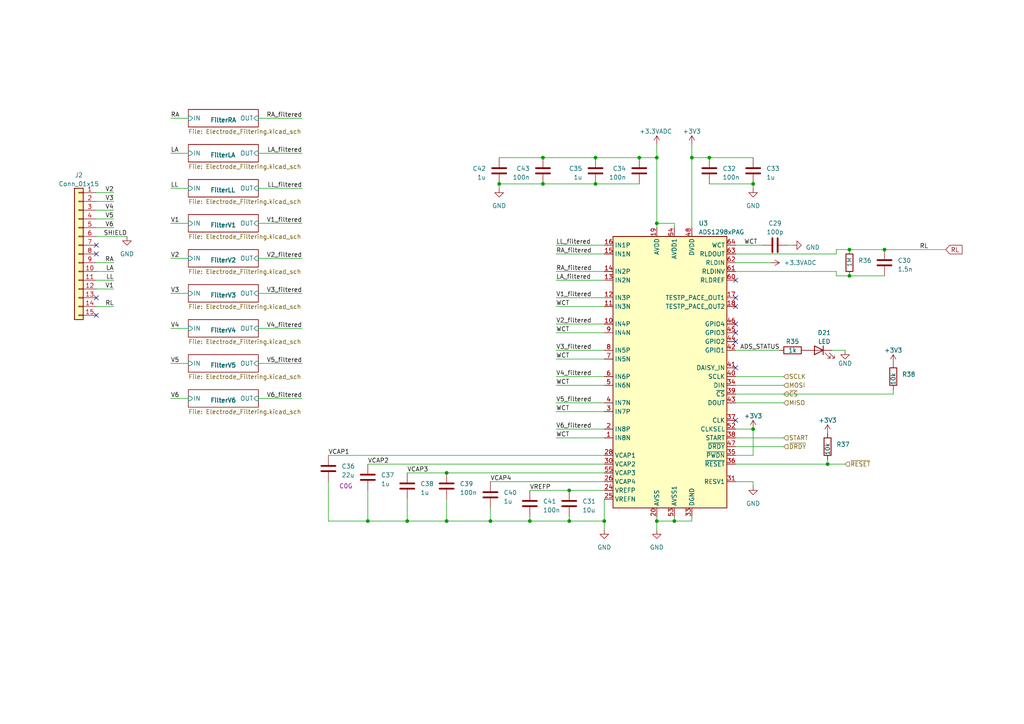
<source format=kicad_sch>
(kicad_sch (version 20230121) (generator eeschema)
  (paper "A4")
  (title_block (title "Analog Frontend") (date "2023-03-19") (rev "000") (company "[JS]"))
  (lib_symbols
    (symbol "Analog_ADC:ADS1298xPAG"
      (property "Reference" "U" (at -16.51 44.45 0))
      (property "Value" "ADS1298xPAG" (at 6.35 44.45 0))
      (symbol "ADS1298xPAG_0_1"
        (rectangle (start -17.78 43.18) (end 15.24 -35.56) (stroke (width 0.254)) (fill (type background)))
      )
      (symbol "ADS1298xPAG_1_1"
        (pin input line (at -20.32 -15.24 0) (length 2.54) (name "IN8N") (number "1"))
        (pin input line (at -20.32 17.78 0) (length 2.54) (name "IN4P") (number "10"))
        (pin input line (at -20.32 22.86 0) (length 2.54) (name "IN3N") (number "11"))
        (pin input line (at -20.32 25.4 0) (length 2.54) (name "IN3P") (number "12"))
        (pin input line (at -20.32 30.48 0) (length 2.54) (name "IN2N") (number "13"))
        (pin input line (at -20.32 33.02 0) (length 2.54) (name "IN2P") (number "14"))
        (pin input line (at -20.32 38.1 0) (length 2.54) (name "IN1N") (number "15"))
        (pin input line (at -20.32 40.64 0) (length 2.54) (name "IN1P") (number "16"))
        (pin bidirectional line (at 17.78 25.4 180) (length 2.54) (name "TESTP_PACE_OUT1") (number "17"))
        (pin bidirectional line (at 17.78 22.86 180) (length 2.54) (name "TESTP_PACE_OUT2") (number "18"))
        (pin power_in line (at -5.08 45.72 270) (length 2.54) (name "AVDD") (number "19"))
        (pin input line (at -20.32 -12.7 0) (length 2.54) (name "IN8P") (number "2"))
        (pin power_in line (at -5.08 -38.1 90) (length 2.54) (name "AVSS") (number "20"))
        (pin passive line (at -5.08 45.72 270) (length 2.54) hide (name "AVDD") (number "21"))
        (pin passive line (at -5.08 45.72 270) (length 2.54) hide (name "AVDD") (number "22"))
        (pin passive line (at -5.08 -38.1 90) (length 2.54) hide (name "AVSS") (number "23"))
        (pin passive line (at -20.32 -30.48 0) (length 2.54) (name "VREFP") (number "24"))
        (pin passive line (at -20.32 -33.02 0) (length 2.54) (name "VREFN") (number "25"))
        (pin passive line (at -20.32 -27.94 0) (length 2.54) (name "VCAP4") (number "26"))
        (pin no_connect line (at 15.24 -30.48 180) (length 2.54) hide (name "NC") (number "27"))
        (pin passive line (at -20.32 -20.32 0) (length 2.54) (name "VCAP1") (number "28"))
        (pin no_connect line (at 15.24 -33.02 180) (length 2.54) hide (name "NC") (number "29"))
        (pin input line (at -20.32 -7.62 0) (length 2.54) (name "IN7P") (number "3"))
        (pin passive line (at -20.32 -22.86 0) (length 2.54) (name "VCAP2") (number "30"))
        (pin input line (at 17.78 -27.94 180) (length 2.54) (name "RESV1") (number "31"))
        (pin passive line (at -5.08 -38.1 90) (length 2.54) hide (name "AVSS") (number "32"))
        (pin power_in line (at 5.08 -38.1 90) (length 2.54) (name "DGND") (number "33"))
        (pin input line (at 17.78 0 180) (length 2.54) (name "DIN") (number "34"))
        (pin input line (at 17.78 -20.32 180) (length 2.54) (name "~{PWDN}") (number "35"))
        (pin input line (at 17.78 -22.86 180) (length 2.54) (name "~{RESET}") (number "36"))
        (pin bidirectional line (at 17.78 -10.16 180) (length 2.54) (name "CLK") (number "37"))
        (pin input line (at 17.78 -15.24 180) (length 2.54) (name "START") (number "38"))
        (pin input line (at 17.78 -2.54 180) (length 2.54) (name "~{CS}") (number "39"))
        (pin input line (at -20.32 -5.08 0) (length 2.54) (name "IN7N") (number "4"))
        (pin input line (at 17.78 2.54 180) (length 2.54) (name "SCLK") (number "40"))
        (pin input line (at 17.78 5.08 180) (length 2.54) (name "DAISY_IN") (number "41"))
        (pin bidirectional line (at 17.78 10.16 180) (length 2.54) (name "GPIO1") (number "42"))
        (pin output line (at 17.78 -5.08 180) (length 2.54) (name "DOUT") (number "43"))
        (pin bidirectional line (at 17.78 12.7 180) (length 2.54) (name "GPIO2") (number "44"))
        (pin bidirectional line (at 17.78 15.24 180) (length 2.54) (name "GPIO3") (number "45"))
        (pin bidirectional line (at 17.78 17.78 180) (length 2.54) (name "GPIO4") (number "46"))
        (pin output line (at 17.78 -17.78 180) (length 2.54) (name "~{DRDY}") (number "47"))
        (pin power_in line (at 5.08 45.72 270) (length 2.54) (name "DVDD") (number "48"))
        (pin passive line (at 5.08 -38.1 90) (length 2.54) hide (name "DGND") (number "49"))
        (pin input line (at -20.32 0 0) (length 2.54) (name "IN6N") (number "5"))
        (pin passive line (at 5.08 45.72 270) (length 2.54) hide (name "DVDD") (number "50"))
        (pin passive line (at 5.08 -38.1 90) (length 2.54) hide (name "DGND") (number "51"))
        (pin input line (at 17.78 -12.7 180) (length 2.54) (name "CLKSEL") (number "52"))
        (pin power_in line (at 0 -38.1 90) (length 2.54) (name "AVSS1") (number "53"))
        (pin power_in line (at 0 45.72 270) (length 2.54) (name "AVDD1") (number "54"))
        (pin passive line (at -20.32 -25.4 0) (length 2.54) (name "VCAP3") (number "55"))
        (pin passive line (at -5.08 45.72 270) (length 2.54) hide (name "AVDD") (number "56"))
        (pin passive line (at -5.08 -38.1 90) (length 2.54) hide (name "AVSS") (number "57"))
        (pin passive line (at -5.08 -38.1 90) (length 2.54) hide (name "AVSS") (number "58"))
        (pin passive line (at -5.08 45.72 270) (length 2.54) hide (name "AVDD") (number "59"))
        (pin input line (at -20.32 2.54 0) (length 2.54) (name "IN6P") (number "6"))
        (pin input line (at 17.78 30.48 180) (length 2.54) (name "RLDREF") (number "60"))
        (pin input line (at 17.78 33.02 180) (length 2.54) (name "RLDINV") (number "61"))
        (pin input line (at 17.78 35.56 180) (length 2.54) (name "RLDIN") (number "62"))
        (pin output line (at 17.78 38.1 180) (length 2.54) (name "RLDOUT") (number "63"))
        (pin output line (at 17.78 40.64 180) (length 2.54) (name "WCT") (number "64"))
        (pin input line (at -20.32 7.62 0) (length 2.54) (name "IN5N") (number "7"))
        (pin input line (at -20.32 10.16 0) (length 2.54) (name "IN5P") (number "8"))
        (pin input line (at -20.32 15.24 0) (length 2.54) (name "IN4N") (number "9"))
      )
    )
    (symbol "Connector_Generic:Conn_01x15" (pin_names (offset 1.016) hide)
      (property "Reference" "J" (at 0 20.32 0))
      (property "Value" "Conn_01x15" (at 0 -20.32 0))
      (symbol "Conn_01x15_1_1"
        (rectangle (start -1.27 -17.653) (end 0 -17.907) (stroke (width 0.1524)))
        (rectangle (start -1.27 -15.113) (end 0 -15.367) (stroke (width 0.1524)))
        (rectangle (start -1.27 -12.573) (end 0 -12.827) (stroke (width 0.1524)))
        (rectangle (start -1.27 -10.033) (end 0 -10.287) (stroke (width 0.1524)))
        (rectangle (start -1.27 -7.493) (end 0 -7.747) (stroke (width 0.1524)))
        (rectangle (start -1.27 -4.953) (end 0 -5.207) (stroke (width 0.1524)))
        (rectangle (start -1.27 -2.413) (end 0 -2.667) (stroke (width 0.1524)))
        (rectangle (start -1.27 0.127) (end 0 -0.127) (stroke (width 0.1524)))
        (rectangle (start -1.27 2.667) (end 0 2.413) (stroke (width 0.1524)))
        (rectangle (start -1.27 5.207) (end 0 4.953) (stroke (width 0.1524)))
        (rectangle (start -1.27 7.747) (end 0 7.493) (stroke (width 0.1524)))
        (rectangle (start -1.27 10.287) (end 0 10.033) (stroke (width 0.1524)))
        (rectangle (start -1.27 12.827) (end 0 12.573) (stroke (width 0.1524)))
        (rectangle (start -1.27 15.367) (end 0 15.113) (stroke (width 0.1524)))
        (rectangle (start -1.27 17.907) (end 0 17.653) (stroke (width 0.1524)))
        (rectangle (start -1.27 19.05) (end 1.27 -19.05) (stroke (width 0.254)) (fill (type background)))
        (pin passive line (at -5.08 17.78 0) (length 3.81) (name "Pin_1") (number "1"))
        (pin passive line (at -5.08 -5.08 0) (length 3.81) (name "Pin_10") (number "10"))
        (pin passive line (at -5.08 -7.62 0) (length 3.81) (name "Pin_11") (number "11"))
        (pin passive line (at -5.08 -10.16 0) (length 3.81) (name "Pin_12") (number "12"))
        (pin passive line (at -5.08 -12.7 0) (length 3.81) (name "Pin_13") (number "13"))
        (pin passive line (at -5.08 -15.24 0) (length 3.81) (name "Pin_14") (number "14"))
        (pin passive line (at -5.08 -17.78 0) (length 3.81) (name "Pin_15") (number "15"))
        (pin passive line (at -5.08 15.24 0) (length 3.81) (name "Pin_2") (number "2"))
        (pin passive line (at -5.08 12.7 0) (length 3.81) (name "Pin_3") (number "3"))
        (pin passive line (at -5.08 10.16 0) (length 3.81) (name "Pin_4") (number "4"))
        (pin passive line (at -5.08 7.62 0) (length 3.81) (name "Pin_5") (number "5"))
        (pin passive line (at -5.08 5.08 0) (length 3.81) (name "Pin_6") (number "6"))
        (pin passive line (at -5.08 2.54 0) (length 3.81) (name "Pin_7") (number "7"))
        (pin passive line (at -5.08 0 0) (length 3.81) (name "Pin_8") (number "8"))
        (pin passive line (at -5.08 -2.54 0) (length 3.81) (name "Pin_9") (number "9"))
      )
    )
    (symbol "Device:C" (pin_numbers hide) (pin_names (offset 0.254))
      (property "Reference" "C" (at 0.635 2.54 0))
      (property "Value" "C" (at 0.635 -2.54 0))
      (symbol "C_0_1"
        (polyline (pts (xy -2.032 -0.762) (xy 2.032 -0.762)) (stroke (width 0.508)))
        (polyline (pts (xy -2.032 0.762) (xy 2.032 0.762)) (stroke (width 0.508)))
      )
      (symbol "C_1_1"
        (pin passive line (at 0 3.81 270) (length 2.794) (name "~") (number "1"))
        (pin passive line (at 0 -3.81 90) (length 2.794) (name "~") (number "2"))
      )
    )
    (symbol "Device:LED" (pin_numbers hide) (pin_names (offset 1.016) hide)
      (property "Reference" "D" (at 0 2.54 0))
      (property "Value" "LED" (at 0 -2.54 0))
      (symbol "LED_0_1"
        (polyline (pts (xy -1.27 -1.27) (xy -1.27 1.27)) (stroke (width 0.254)))
        (polyline (pts (xy -1.27 0) (xy 1.27 0)))
        (polyline (pts (xy 1.27 -1.27) (xy 1.27 1.27) (xy -1.27 0) (xy 1.27 -1.27)) (stroke (width 0.254)))
        (polyline (pts (xy -3.048 -0.762) (xy -4.572 -2.286) (xy -3.81 -2.286) (xy -4.572 -2.286) (xy -4.572 -1.524)))
        (polyline (pts (xy -1.778 -0.762) (xy -3.302 -2.286) (xy -2.54 -2.286) (xy -3.302 -2.286) (xy -3.302 -1.524)))
      )
      (symbol "LED_1_1"
        (pin passive line (at -3.81 0 0) (length 2.54) (name "K") (number "1"))
        (pin passive line (at 3.81 0 180) (length 2.54) (name "A") (number "2"))
      )
    )
    (symbol "Device:R" (pin_numbers hide) (pin_names (offset 0))
      (property "Reference" "R" (at 2.032 0 90))
      (property "Value" "R" (at 0 0 90))
      (symbol "R_0_1"
        (rectangle (start -1.016 -2.54) (end 1.016 2.54) (stroke (width 0.254)))
      )
      (symbol "R_1_1"
        (pin passive line (at 0 3.81 270) (length 1.27) (name "~") (number "1"))
        (pin passive line (at 0 -3.81 90) (length 1.27) (name "~") (number "2"))
      )
    )
    (symbol "power:+3.3VADC" (power) (pin_names (offset 0))
      (property "Value" "+3.3VADC" (at 0 2.54 0))
      (symbol "+3.3VADC_0_0"
        (pin power_in line (at 0 0 90) (length 0) hide (name "+3.3VADC") (number "1"))
      )
      (symbol "+3.3VADC_0_1"
        (polyline (pts (xy -0.762 1.27) (xy 0 2.54)))
        (polyline (pts (xy 0 0) (xy 0 2.54)))
        (polyline (pts (xy 0 2.54) (xy 0.762 1.27)))
      )
    )
    (symbol "power:+3V3" (power) (pin_names (offset 0))
      (property "Value" "+3V3" (at 0 3.556 0))
      (symbol "+3V3_0_1"
        (polyline (pts (xy -0.762 1.27) (xy 0 2.54)))
        (polyline (pts (xy 0 0) (xy 0 2.54)))
        (polyline (pts (xy 0 2.54) (xy 0.762 1.27)))
      )
      (symbol "+3V3_1_1"
        (pin power_in line (at 0 0 90) (length 0) hide (name "+3V3") (number "1"))
      )
    )
    (symbol "power:GND" (power) (pin_names (offset 0))
      (property "Value" "GND" (at 0 -3.81 0))
      (symbol "GND_0_1"
        (polyline (pts (xy 0 0) (xy 0 -1.27) (xy 1.27 -1.27) (xy 0 -2.54) (xy -1.27 -1.27) (xy 0 -1.27)))
      )
      (symbol "GND_1_1"
        (pin power_in line (at 0 0 270) (length 0) hide (name "GND") (number "1"))
      )
    )
  )
  (junction (at 165.1 151.13))
  (junction (at 172.72 45.72))
  (junction (at 172.72 53.34))
  (junction (at 157.48 53.34))
  (junction (at 205.74 45.72))
  (junction (at 190.5 151.13))
  (junction (at 240.03 134.62))
  (junction (at 218.44 53.34))
  (junction (at 157.48 45.72))
  (junction (at 246.38 80.01))
  (junction (at 218.44 124.46))
  (junction (at 144.78 53.34))
  (junction (at 190.5 64.77))
  (junction (at 153.67 151.13))
  (junction (at 246.38 72.39))
  (junction (at 142.24 151.13))
  (junction (at 106.68 151.13))
  (junction (at 129.54 137.16))
  (junction (at 200.66 45.72))
  (junction (at 195.58 151.13))
  (junction (at 175.26 151.13))
  (junction (at 256.54 72.39))
  (junction (at 129.54 151.13))
  (junction (at 118.11 151.13))
  (junction (at 165.1 142.24))
  (junction (at 190.5 45.72))
  (junction (at 185.42 45.72))
  (no_connect (at 213.36 121.92))
  (no_connect (at 213.36 96.52))
  (no_connect (at 27.94 91.44))
  (no_connect (at 213.36 88.9))
  (no_connect (at 27.94 71.12))
  (no_connect (at 27.94 86.36))
  (no_connect (at 213.36 106.68))
  (no_connect (at 213.36 93.98))
  (no_connect (at 213.36 99.06))
  (no_connect (at 213.36 81.28))
  (no_connect (at 213.36 86.36))
  (no_connect (at 27.94 73.66))
  (wire (pts (xy 54.61 64.77) (xy 49.53 64.77)))
  (wire (pts (xy 54.61 34.29) (xy 49.53 34.29)))
  (wire (pts (xy 190.5 64.77) (xy 190.5 66.04)))
  (wire (pts (xy 161.29 109.22) (xy 175.26 109.22)))
  (wire (pts (xy 175.26 151.13) (xy 175.26 153.67)))
  (wire (pts (xy 54.61 44.45) (xy 49.53 44.45)))
  (wire (pts (xy 165.1 151.13) (xy 175.26 151.13)))
  (wire (pts (xy 106.68 142.24) (xy 106.68 151.13)))
  (wire (pts (xy 142.24 139.7) (xy 175.26 139.7)))
  (wire (pts (xy 246.38 80.01) (xy 242.57 80.01)))
  (wire (pts (xy 27.94 68.58) (xy 36.83 68.58)))
  (wire (pts (xy 213.36 132.08) (xy 218.44 132.08)))
  (wire (pts (xy 161.29 127) (xy 175.26 127)))
  (wire (pts (xy 153.67 151.13) (xy 165.1 151.13)))
  (wire (pts (xy 190.5 64.77) (xy 195.58 64.77)))
  (wire (pts (xy 27.94 76.2) (xy 33.02 76.2)))
  (wire (pts (xy 195.58 66.04) (xy 195.58 64.77)))
  (wire (pts (xy 95.25 151.13) (xy 106.68 151.13)))
  (wire (pts (xy 54.61 85.09) (xy 49.53 85.09)))
  (wire (pts (xy 213.36 127) (xy 227.33 127)))
  (wire (pts (xy 213.36 73.66) (xy 242.57 73.66)))
  (wire (pts (xy 144.78 53.34) (xy 144.78 54.61)))
  (wire (pts (xy 200.66 45.72) (xy 205.74 45.72)))
  (wire (pts (xy 95.25 132.08) (xy 175.26 132.08)))
  (wire (pts (xy 54.61 95.25) (xy 49.53 95.25)))
  (wire (pts (xy 27.94 63.5) (xy 33.02 63.5)))
  (wire (pts (xy 161.29 124.46) (xy 175.26 124.46)))
  (wire (pts (xy 54.61 105.41) (xy 49.53 105.41)))
  (wire (pts (xy 74.93 34.29) (xy 87.63 34.29)))
  (wire (pts (xy 195.58 151.13) (xy 200.66 151.13)))
  (wire (pts (xy 106.68 134.62) (xy 175.26 134.62)))
  (wire (pts (xy 242.57 80.01) (xy 242.57 78.74)))
  (wire (pts (xy 200.66 45.72) (xy 200.66 66.04)))
  (wire (pts (xy 218.44 54.61) (xy 218.44 53.34)))
  (wire (pts (xy 161.29 111.76) (xy 175.26 111.76)))
  (wire (pts (xy 161.29 104.14) (xy 175.26 104.14)))
  (wire (pts (xy 27.94 55.88) (xy 33.02 55.88)))
  (wire (pts (xy 185.42 53.34) (xy 172.72 53.34)))
  (wire (pts (xy 161.29 93.98) (xy 175.26 93.98)))
  (wire (pts (xy 118.11 151.13) (xy 129.54 151.13)))
  (wire (pts (xy 165.1 142.24) (xy 175.26 142.24)))
  (wire (pts (xy 161.29 101.6) (xy 175.26 101.6)))
  (wire (pts (xy 54.61 74.93) (xy 49.53 74.93)))
  (wire (pts (xy 246.38 72.39) (xy 256.54 72.39)))
  (wire (pts (xy 95.25 139.7) (xy 95.25 151.13)))
  (wire (pts (xy 106.68 151.13) (xy 118.11 151.13)))
  (wire (pts (xy 259.08 114.3) (xy 259.08 113.03)))
  (wire (pts (xy 74.93 115.57) (xy 87.63 115.57)))
  (wire (pts (xy 161.29 71.12) (xy 175.26 71.12)))
  (wire (pts (xy 27.94 81.28) (xy 33.02 81.28)))
  (wire (pts (xy 161.29 88.9) (xy 175.26 88.9)))
  (wire (pts (xy 74.93 64.77) (xy 87.63 64.77)))
  (wire (pts (xy 218.44 132.08) (xy 218.44 124.46)))
  (wire (pts (xy 240.03 134.62) (xy 245.11 134.62)))
  (wire (pts (xy 142.24 151.13) (xy 153.67 151.13)))
  (wire (pts (xy 165.1 151.13) (xy 165.1 149.86)))
  (wire (pts (xy 161.29 81.28) (xy 175.26 81.28)))
  (wire (pts (xy 161.29 78.74) (xy 175.26 78.74)))
  (wire (pts (xy 161.29 116.84) (xy 175.26 116.84)))
  (wire (pts (xy 213.36 116.84) (xy 227.33 116.84)))
  (wire (pts (xy 256.54 72.39) (xy 274.32 72.39)))
  (wire (pts (xy 27.94 66.04) (xy 33.02 66.04)))
  (wire (pts (xy 213.36 101.6) (xy 226.06 101.6)))
  (wire (pts (xy 27.94 88.9) (xy 33.02 88.9)))
  (wire (pts (xy 118.11 144.78) (xy 118.11 151.13)))
  (wire (pts (xy 245.11 101.6) (xy 241.3 101.6)))
  (wire (pts (xy 27.94 58.42) (xy 33.02 58.42)))
  (wire (pts (xy 144.78 53.34) (xy 157.48 53.34)))
  (wire (pts (xy 229.87 71.12) (xy 228.6 71.12)))
  (wire (pts (xy 205.74 53.34) (xy 218.44 53.34)))
  (wire (pts (xy 213.36 134.62) (xy 240.03 134.62)))
  (wire (pts (xy 161.29 73.66) (xy 175.26 73.66)))
  (wire (pts (xy 218.44 140.97) (xy 218.44 139.7)))
  (wire (pts (xy 213.36 114.3) (xy 259.08 114.3)))
  (wire (pts (xy 129.54 151.13) (xy 142.24 151.13)))
  (wire (pts (xy 213.36 71.12) (xy 220.98 71.12)))
  (wire (pts (xy 27.94 78.74) (xy 33.02 78.74)))
  (wire (pts (xy 213.36 129.54) (xy 227.33 129.54)))
  (wire (pts (xy 190.5 151.13) (xy 190.5 153.67)))
  (wire (pts (xy 190.5 149.86) (xy 190.5 151.13)))
  (wire (pts (xy 242.57 78.74) (xy 213.36 78.74)))
  (wire (pts (xy 161.29 119.38) (xy 175.26 119.38)))
  (wire (pts (xy 190.5 45.72) (xy 190.5 64.77)))
  (wire (pts (xy 144.78 45.72) (xy 157.48 45.72)))
  (wire (pts (xy 213.36 109.22) (xy 227.33 109.22)))
  (wire (pts (xy 153.67 142.24) (xy 165.1 142.24)))
  (wire (pts (xy 27.94 83.82) (xy 33.02 83.82)))
  (wire (pts (xy 218.44 139.7) (xy 213.36 139.7)))
  (wire (pts (xy 153.67 149.86) (xy 153.67 151.13)))
  (wire (pts (xy 240.03 133.35) (xy 240.03 134.62)))
  (wire (pts (xy 161.29 96.52) (xy 175.26 96.52)))
  (wire (pts (xy 190.5 45.72) (xy 185.42 45.72)))
  (wire (pts (xy 27.94 60.96) (xy 33.02 60.96)))
  (wire (pts (xy 157.48 53.34) (xy 172.72 53.34)))
  (wire (pts (xy 74.93 85.09) (xy 87.63 85.09)))
  (wire (pts (xy 205.74 45.72) (xy 218.44 45.72)))
  (wire (pts (xy 161.29 86.36) (xy 175.26 86.36)))
  (wire (pts (xy 54.61 115.57) (xy 49.53 115.57)))
  (wire (pts (xy 213.36 111.76) (xy 227.33 111.76)))
  (wire (pts (xy 190.5 151.13) (xy 195.58 151.13)))
  (wire (pts (xy 218.44 124.46) (xy 213.36 124.46)))
  (wire (pts (xy 74.93 54.61) (xy 87.63 54.61)))
  (wire (pts (xy 142.24 147.32) (xy 142.24 151.13)))
  (wire (pts (xy 200.66 41.91) (xy 200.66 45.72)))
  (wire (pts (xy 175.26 144.78) (xy 175.26 151.13)))
  (wire (pts (xy 74.93 105.41) (xy 87.63 105.41)))
  (wire (pts (xy 256.54 80.01) (xy 246.38 80.01)))
  (wire (pts (xy 54.61 54.61) (xy 49.53 54.61)))
  (wire (pts (xy 74.93 74.93) (xy 87.63 74.93)))
  (wire (pts (xy 190.5 41.91) (xy 190.5 45.72)))
  (wire (pts (xy 74.93 95.25) (xy 87.63 95.25)))
  (wire (pts (xy 157.48 45.72) (xy 172.72 45.72)))
  (wire (pts (xy 242.57 72.39) (xy 246.38 72.39)))
  (wire (pts (xy 74.93 44.45) (xy 87.63 44.45)))
  (wire (pts (xy 213.36 76.2) (xy 223.52 76.2)))
  (wire (pts (xy 242.57 73.66) (xy 242.57 72.39)))
  (wire (pts (xy 200.66 151.13) (xy 200.66 149.86)))
  (wire (pts (xy 129.54 137.16) (xy 175.26 137.16)))
  (wire (pts (xy 195.58 149.86) (xy 195.58 151.13)))
  (wire (pts (xy 118.11 137.16) (xy 129.54 137.16)))
  (wire (pts (xy 129.54 144.78) (xy 129.54 151.13)))
  (wire (pts (xy 185.42 45.72) (xy 172.72 45.72)))
  (label "VCAP2" (at 106.68 134.62 0))
  (label "V6_filtered" (at 87.63 115.57 180))
  (label "V4_filtered" (at 87.63 95.25 180))
  (label "WCT" (at 161.29 88.9 0))
  (label "V2_filtered" (at 87.63 74.93 180))
  (label "V4" (at 33.02 60.96 180))
  (label "V1" (at 49.53 64.77 0))
  (label "RL" (at 269.24 72.39 180))
  (label "V1" (at 33.02 83.82 180))
  (label "V3" (at 33.02 58.42 180))
  (label "V2" (at 49.53 74.93 0))
  (label "WCT" (at 161.29 119.38 0))
  (label "RA" (at 33.02 76.2 180))
  (label "ADS_STATUS" (at 214.63 101.6 0))
  (label "VCAP4" (at 142.24 139.7 0))
  (label "WCT" (at 161.29 104.14 0))
  (label "RA_filtered" (at 87.63 34.29 180))
  (label "WCT" (at 219.71 71.12 180))
  (label "V2_filtered" (at 161.29 93.98 0))
  (label "LA" (at 49.53 44.45 0))
  (label "VREFP" (at 153.67 142.24 0))
  (label "RA_filtered" (at 161.29 73.66 0))
  (label "LA_filtered" (at 87.63 44.45 180))
  (label "V5_filtered" (at 87.63 105.41 180))
  (label "V6_filtered" (at 161.29 124.46 0))
  (label "LL" (at 49.53 54.61 0))
  (label "LA" (at 33.02 78.74 180))
  (label "VCAP3" (at 118.11 137.16 0))
  (label "V3_filtered" (at 87.63 85.09 180))
  (label "V5_filtered" (at 161.29 116.84 0))
  (label "LL_filtered" (at 87.63 54.61 180))
  (label "V6" (at 33.02 66.04 180))
  (label "WCT" (at 161.29 111.76 0))
  (label "LA_filtered" (at 161.29 81.28 0))
  (label "VCAP1" (at 95.25 132.08 0))
  (label "V4" (at 49.53 95.25 0))
  (label "V1_filtered" (at 87.63 64.77 180))
  (label "WCT" (at 161.29 127 0))
  (label "WCT" (at 161.29 96.52 0))
  (label "V5" (at 49.53 105.41 0))
  (label "V3" (at 49.53 85.09 0))
  (label "RA_filtered" (at 161.29 78.74 0))
  (label "V5" (at 33.02 63.5 180))
  (label "V3_filtered" (at 161.29 101.6 0))
  (label "V2" (at 33.02 55.88 180))
  (label "SHIELD" (at 36.83 68.58 180))
  (label "V4_filtered" (at 161.29 109.22 0))
  (label "V1_filtered" (at 161.29 86.36 0))
  (label "LL" (at 33.02 81.28 180))
  (label "RL" (at 33.02 88.9 180))
  (label "RA" (at 49.53 34.29 0))
  (label "LL_filtered" (at 161.29 71.12 0))
  (label "V6" (at 49.53 115.57 0))
  (global_label "RL" (shape input) (at 274.32 72.39 0) (property "Intersheetrefs" "${INTERSHEET_REFS}" (effects hide)))
  (hierarchical_label "SCLK" (shape input) (at 227.33 109.22 0))
  (hierarchical_label "START" (shape input) (at 227.33 127 0))
  (hierarchical_label "~{DRDY}" (shape input) (at 227.33 129.54 0))
  (hierarchical_label "~{CS}" (shape input) (at 227.33 114.3 0))
  (hierarchical_label "~{RESET}" (shape input) (at 245.11 134.62 0))
  (hierarchical_label "MOSI" (shape input) (at 227.33 111.76 0))
  (hierarchical_label "MISO" (shape input) (at 227.33 116.84 0))
  (symbol (lib_id "power:+3V3") (at 259.08 105.41 0) (unit 1)
    (property "Reference" "#PWR076" (effects hide))
    (property "Value" "+3V3" (at 259.08 101.6 0))
  )
  (symbol (lib_id "Device:R") (at 240.03 129.54 0) (unit 1)
    (property "Reference" "R37" (at 242.57 128.905 0) (effects (justify left)))
    (property "Value" "10k" (at 240.03 132.08 90) (effects (justify left)))
    (property "Footprint" "Resistor_SMD:R_0805_2012Metric" (effects hide))
  )
  (symbol (lib_id "power:GND") (at 190.5 153.67 0) (unit 1)
    (property "Reference" "#PWR015" (effects hide))
    (property "Value" "GND" (at 190.5 158.75 0))
  )
  (symbol (lib_id "power:GND") (at 229.87 71.12 90) (unit 1)
    (property "Reference" "#PWR067" (effects hide))
    (property "Value" "GND" (at 233.68 71.755 90) (effects (justify right)))
  )
  (symbol (lib_id "Device:C") (at 157.48 49.53 0) (mirror y) (unit 1)
    (property "Reference" "C43" (at 153.67 48.895 0) (effects (justify left)))
    (property "Value" "100n" (at 153.67 51.435 0) (effects (justify left)))
    (property "Footprint" "Capacitor_SMD:C_0805_2012Metric" (effects hide))
  )
  (symbol (lib_id "power:GND") (at 245.11 101.6 0) (unit 1)
    (property "Reference" "#PWR066" (effects hide))
    (property "Value" "GND" (at 245.11 105.41 0))
  )
  (symbol (lib_id "Device:R") (at 229.87 101.6 90) (unit 1)
    (property "Reference" "R35" (at 229.87 99.06 90))
    (property "Value" "1k" (at 229.87 101.6 90))
    (property "Footprint" "Resistor_SMD:R_0805_2012Metric" (effects hide))
  )
  (symbol (lib_id "Device:C") (at 95.25 135.89 0) (unit 1)
    (property "Reference" "C36" (at 99.06 135.255 0) (effects (justify left)))
    (property "Value" "22u" (at 99.06 137.795 0) (effects (justify left)))
    (property "Footprint" "Capacitor_SMD:C_0805_2012Metric" (effects hide))
    (property "Rating" "C0G" (at 100.33 140.97 0))
  )
  (symbol (lib_id "Device:R") (at 259.08 109.22 0) (unit 1)
    (property "Reference" "R38" (at 261.62 108.585 0) (effects (justify left)))
    (property "Value" "10k" (at 259.08 111.76 90) (effects (justify left)))
    (property "Footprint" "Resistor_SMD:R_0805_2012Metric" (effects hide))
  )
  (symbol (lib_id "Device:C") (at 205.74 49.53 0) (unit 1)
    (property "Reference" "C32" (at 209.55 48.895 0) (effects (justify left)))
    (property "Value" "100n" (at 209.55 51.435 0) (effects (justify left)))
    (property "Footprint" "Capacitor_SMD:C_0805_2012Metric" (effects hide))
  )
  (symbol (lib_id "power:+3V3") (at 218.44 124.46 0) (unit 1)
    (property "Reference" "#PWR070" (effects hide))
    (property "Value" "+3V3" (at 218.44 120.65 0))
  )
  (symbol (lib_id "Device:C") (at 153.67 146.05 0) (unit 1)
    (property "Reference" "C41" (at 157.48 145.415 0) (effects (justify left)))
    (property "Value" "100n" (at 157.48 147.955 0) (effects (justify left)))
    (property "Footprint" "Capacitor_SMD:C_0805_2012Metric" (effects hide))
  )
  (symbol (lib_id "Connector_Generic:Conn_01x15") (at 22.86 73.66 0) (mirror y) (unit 1)
    (property "Reference" "J2" (at 22.86 50.8 0))
    (property "Value" "Conn_01x15" (at 22.86 53.34 0))
    (property "Footprint" "Connector_Dsub:DSUB-15_Male_Horizontal_P2.77x2.84mm_EdgePinOffset7.70mm_Housed_MountingHolesOffset9.12mm" (effects hide))
  )
  (symbol (lib_id "Analog_ADC:ADS1298xPAG") (at 195.58 111.76 0) (unit 1)
    (property "Reference" "U3" (at 202.6159 64.77 0) (effects (justify left)))
    (property "Value" "ADS1298xPAG" (at 202.6159 67.31 0) (effects (justify left)))
    (property "Footprint" "Package_QFP:TQFP-64_10x10mm_P0.5mm" (effects hide))
    (property "Datasheet" "http://www.ti.com/lit/ds/symlink/ads1298.pdf" (effects hide))
  )
  (symbol (lib_id "power:+3V3") (at 200.66 41.91 0) (unit 1)
    (property "Reference" "#PWR016" (effects hide))
    (property "Value" "+3V3" (at 200.66 38.1 0))
  )
  (symbol (lib_id "Device:LED") (at 237.49 101.6 0) (mirror y) (unit 1)
    (property "Reference" "D21" (at 239.0775 96.52 0))
    (property "Value" "LED" (at 239.0775 99.06 0))
    (property "Footprint" "LED_SMD:LED_0805_2012Metric" (effects hide))
  )
  (symbol (lib_id "Device:C") (at 165.1 146.05 0) (unit 1)
    (property "Reference" "C31" (at 168.91 145.415 0) (effects (justify left)))
    (property "Value" "10u" (at 168.91 147.955 0) (effects (justify left)))
    (property "Footprint" "Capacitor_SMD:C_0805_2012Metric" (effects hide))
  )
  (symbol (lib_id "Device:C") (at 185.42 49.53 0) (mirror y) (unit 1)
    (property "Reference" "C34" (at 181.61 48.895 0) (effects (justify left)))
    (property "Value" "100n" (at 181.61 51.435 0) (effects (justify left)))
    (property "Footprint" "Capacitor_SMD:C_0805_2012Metric" (effects hide))
  )
  (symbol (lib_id "Device:C") (at 256.54 76.2 0) (unit 1)
    (property "Reference" "C30" (at 260.35 75.565 0) (effects (justify left)))
    (property "Value" "1.5n" (at 260.35 78.105 0) (effects (justify left)))
    (property "Footprint" "Capacitor_SMD:C_0805_2012Metric" (effects hide))
  )
  (symbol (lib_id "Device:C") (at 118.11 140.97 0) (unit 1)
    (property "Reference" "C38" (at 121.92 140.335 0) (effects (justify left)))
    (property "Value" "1u" (at 121.92 142.875 0) (effects (justify left)))
    (property "Footprint" "Capacitor_SMD:C_0805_2012Metric" (effects hide))
  )
  (symbol (lib_id "power:GND") (at 144.78 54.61 0) (mirror y) (unit 1)
    (property "Reference" "#PWR074" (effects hide))
    (property "Value" "GND" (at 144.78 59.69 0))
  )
  (symbol (lib_id "Device:R") (at 246.38 76.2 0) (unit 1)
    (property "Reference" "R36" (at 248.92 75.565 0) (effects (justify left)))
    (property "Value" "1M" (at 246.38 77.47 90) (effects (justify left)))
    (property "Footprint" "Resistor_SMD:R_0805_2012Metric" (effects hide))
  )
  (symbol (lib_id "Device:C") (at 144.78 49.53 0) (mirror y) (unit 1)
    (property "Reference" "C42" (at 140.97 48.895 0) (effects (justify left)))
    (property "Value" "1u" (at 140.97 51.435 0) (effects (justify left)))
    (property "Footprint" "Capacitor_SMD:C_0805_2012Metric" (effects hide))
  )
  (symbol (lib_id "power:+3.3VADC") (at 223.52 76.2 270) (unit 1)
    (property "Reference" "#PWR069" (effects hide))
    (property "Value" "+3.3VADC" (at 227.33 76.2 90) (effects (justify left)))
    (instances (project "SimpleECG_v0" (path "" (reference "#PWR069") (unit 1)) (path "" (reference "#PWR021") (unit 1)) (path "" (reference "#PWR026") (unit 1)) (path "" (reference "#PWR031") (unit 1)) (path "" (reference "#PWR036") (unit 1)) (path "" (reference "#PWR041") (unit 1)) (path "" (reference "#PWR046") (unit 1)) (path "" (reference "#PWR051") (unit 1)) (path "" (reference "#PWR056") (unit 1)) (path "" (reference "#PWR061") (unit 1))))
  )
  (symbol (lib_id "Device:C") (at 106.68 138.43 0) (unit 1)
    (property "Reference" "C37" (at 110.49 137.795 0) (effects (justify left)))
    (property "Value" "1u" (at 110.49 140.335 0) (effects (justify left)))
    (property "Footprint" "Capacitor_SMD:C_0805_2012Metric" (effects hide))
  )
  (symbol (lib_id "power:GND") (at 218.44 140.97 0) (unit 1)
    (property "Reference" "#PWR071" (effects hide))
    (property "Value" "GND" (at 218.44 146.05 0))
  )
  (symbol (lib_id "power:GND") (at 175.26 153.67 0) (unit 1)
    (property "Reference" "#PWR072" (effects hide))
    (property "Value" "GND" (at 175.26 158.75 0))
  )
  (symbol (lib_id "power:GND") (at 36.83 68.58 0) (unit 1)
    (property "Reference" "#PWR065" (effects hide))
    (property "Value" "GND" (at 36.83 73.66 0))
  )
  (symbol (lib_id "Device:C") (at 129.54 140.97 0) (unit 1)
    (property "Reference" "C39" (at 133.35 140.335 0) (effects (justify left)))
    (property "Value" "100n" (at 133.35 142.875 0) (effects (justify left)))
    (property "Footprint" "Capacitor_SMD:C_0805_2012Metric" (effects hide))
  )
  (symbol (lib_id "Device:C") (at 142.24 143.51 0) (unit 1)
    (property "Reference" "C40" (at 146.05 142.875 0) (effects (justify left)))
    (property "Value" "1u" (at 146.05 145.415 0) (effects (justify left)))
    (property "Footprint" "Capacitor_SMD:C_0805_2012Metric" (effects hide))
  )
  (symbol (lib_id "power:+3.3VADC") (at 190.5 41.91 0) (unit 1)
    (property "Reference" "#PWR068" (effects hide))
    (property "Value" "+3.3VADC" (at 185.42 38.1 0) (effects (justify left)))
    (instances (project "SimpleECG_v0" (path "" (reference "#PWR068") (unit 1)) (path "" (reference "#PWR021") (unit 1)) (path "" (reference "#PWR026") (unit 1)) (path "" (reference "#PWR031") (unit 1)) (path "" (reference "#PWR036") (unit 1)) (path "" (reference "#PWR041") (unit 1)) (path "" (reference "#PWR046") (unit 1)) (path "" (reference "#PWR051") (unit 1)) (path "" (reference "#PWR056") (unit 1)) (path "" (reference "#PWR061") (unit 1))))
  )
  (symbol (lib_id "power:GND") (at 218.44 54.61 0) (mirror y) (unit 1)
    (property "Reference" "#PWR073" (effects hide))
    (property "Value" "GND" (at 218.44 59.69 0))
  )
  (symbol (lib_id "Device:C") (at 224.79 71.12 90) (unit 1)
    (property "Reference" "C29" (at 224.79 64.77 90))
    (property "Value" "100p" (at 224.79 67.31 90))
    (property "Footprint" "Capacitor_SMD:C_0805_2012Metric" (effects hide))
  )
  (symbol (lib_id "Device:C") (at 218.44 49.53 0) (unit 1)
    (property "Reference" "C33" (at 222.25 48.895 0) (effects (justify left)))
    (property "Value" "1u" (at 222.25 51.435 0) (effects (justify left)))
    (property "Footprint" "Capacitor_SMD:C_0805_2012Metric" (effects hide))
  )
  (symbol (lib_id "power:+3V3") (at 240.03 125.73 0) (unit 1)
    (property "Reference" "#PWR075" (effects hide))
    (property "Value" "+3V3" (at 240.03 121.92 0))
  )
  (symbol (lib_id "Device:C") (at 172.72 49.53 0) (mirror y) (unit 1)
    (property "Reference" "C35" (at 168.91 48.895 0) (effects (justify left)))
    (property "Value" "1u" (at 168.91 51.435 0) (effects (justify left)))
    (property "Footprint" "Capacitor_SMD:C_0805_2012Metric" (effects hide))
  )
  (sheet (at 54.61 62.23) (size 20.32 5.08) (stroke (width 0.1524))
    (property "Sheetname" "FilterV1" (at 60.96 66.04 0) (effects (font bold) (justify left bottom)))
    (property "Sheetfile" "Electrode_Filtering.kicad_sch" (at 54.61 67.8946 0) (effects (justify left top)))
    (pin "IN" input (at 54.61 64.77 180))
    (pin "OUT" input (at 74.93 64.77 0))
  )
  (sheet (at 54.61 92.71) (size 20.32 5.08) (stroke (width 0.1524))
    (property "Sheetname" "FilterV4" (at 60.96 96.52 0) (effects (font bold) (justify left bottom)))
    (property "Sheetfile" "Electrode_Filtering.kicad_sch" (at 54.61 98.3746 0) (effects (justify left top)))
    (pin "IN" input (at 54.61 95.25 180))
    (pin "OUT" input (at 74.93 95.25 0))
  )
  (sheet (at 54.61 41.91) (size 20.32 5.08) (stroke (width 0.1524))
    (property "Sheetname" "FilterLA" (at 60.96 45.72 0) (effects (font bold) (justify left bottom)))
    (property "Sheetfile" "Electrode_Filtering.kicad_sch" (at 54.61 47.5746 0) (effects (justify left top)))
    (pin "IN" input (at 54.61 44.45 180))
    (pin "OUT" input (at 74.93 44.45 0))
  )
  (sheet (at 54.61 52.07) (size 20.32 5.08) (stroke (width 0.1524))
    (property "Sheetname" "FilterLL" (at 60.96 55.88 0) (effects (font bold) (justify left bottom)))
    (property "Sheetfile" "Electrode_Filtering.kicad_sch" (at 54.61 57.7346 0) (effects (justify left top)))
    (pin "IN" input (at 54.61 54.61 180))
    (pin "OUT" input (at 74.93 54.61 0))
  )
  (sheet (at 54.61 82.55) (size 20.32 5.08) (stroke (width 0.1524))
    (property "Sheetname" "FilterV3" (at 60.96 86.36 0) (effects (font bold) (justify left bottom)))
    (property "Sheetfile" "Electrode_Filtering.kicad_sch" (at 54.61 88.2146 0) (effects (justify left top)))
    (pin "IN" input (at 54.61 85.09 180))
    (pin "OUT" input (at 74.93 85.09 0))
  )
  (sheet (at 54.61 102.87) (size 20.32 5.08) (stroke (width 0.1524))
    (property "Sheetname" "FilterV5" (at 60.96 106.68 0) (effects (font bold) (justify left bottom)))
    (property "Sheetfile" "Electrode_Filtering.kicad_sch" (at 54.61 108.5346 0) (effects (justify left top)))
    (pin "IN" input (at 54.61 105.41 180))
    (pin "OUT" input (at 74.93 105.41 0))
  )
  (sheet (at 54.61 72.39) (size 20.32 5.08) (stroke (width 0.1524))
    (property "Sheetname" "FilterV2" (at 60.96 76.2 0) (effects (font bold) (justify left bottom)))
    (property "Sheetfile" "Electrode_Filtering.kicad_sch" (at 54.61 78.0546 0) (effects (justify left top)))
    (pin "IN" input (at 54.61 74.93 180))
    (pin "OUT" input (at 74.93 74.93 0))
  )
  (sheet (at 54.61 113.03) (size 20.32 5.08) (stroke (width 0.1524))
    (property "Sheetname" "FilterV6" (at 60.96 116.84 0) (effects (font bold) (justify left bottom)))
    (property "Sheetfile" "Electrode_Filtering.kicad_sch" (at 54.61 118.6946 0) (effects (justify left top)))
    (pin "IN" input (at 54.61 115.57 180))
    (pin "OUT" input (at 74.93 115.57 0))
  )
  (sheet (at 54.61 31.75) (size 20.32 5.08) (stroke (width 0.1524))
    (property "Sheetname" "FilterRA" (at 60.96 35.56 0) (effects (font bold) (justify left bottom)))
    (property "Sheetfile" "Electrode_Filtering.kicad_sch" (at 54.61 37.4146 0) (effects (justify left top)))
    (pin "IN" input (at 54.61 34.29 180))
    (pin "OUT" input (at 74.93 34.29 0))
  )
)
</source>
